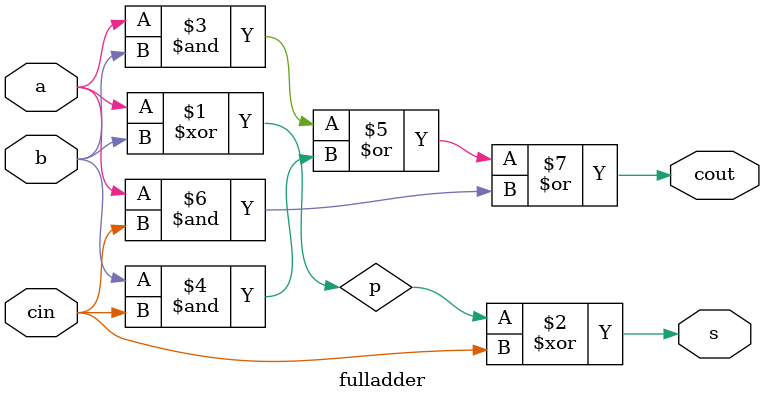
<source format=v>
module twobit_multiplier(a,b,p);
input [1:0] a,b;
output [3:0] p;
wire cout;
wire [1:0] d,x,y;
assign x[0] = a[1]&b[0];
assign x[1] = 0;
assign y[0] = a[0]&b[1];
assign y[1] = a[1]&b[1];
assign p[0] = a[0]&b[0];
twobit_adder stage0(x,y,0,d,cout);
assign p[1] = d[0];
assign p[2] = d[1];
assign p[3] = cout;
endmodule

module lab4_4(x,y,cin,s,cout);
input [1:0] x,y;
input cin;
output [1:0] s;
output cout;
wire c0;
fulladder stage0(x[0],y[0],cin,s[0],c0);
fulladder stage1(x[1],y[1],c0,s[1],cout);
endmodule
module fulladder(a,b,cin,s,cout);
input a,b,cin;
output s,cout;
wire p;
assign p = a^b;
assign s = p^cin;
assign cout = (a&b)|(b&cin)|(a&cin);
endmodule



</source>
